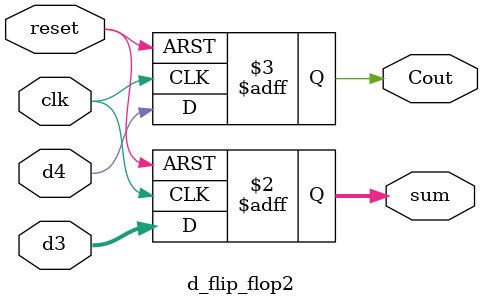
<source format=v>
module d_flip_flop2 (
    input wire clk,              
    input wire reset,            
    input wire [3:0] d3,         
    input wire d4,     
    output reg [3:0] sum,   
    output reg Cout       
);

    always @(posedge clk or posedge reset) begin
        if (reset) begin        
            sum <= 4'b0000;
            Cout <= 0;
        end else begin   
            sum <= d3;
            Cout <= d4;
        end
    end

endmodule

</source>
